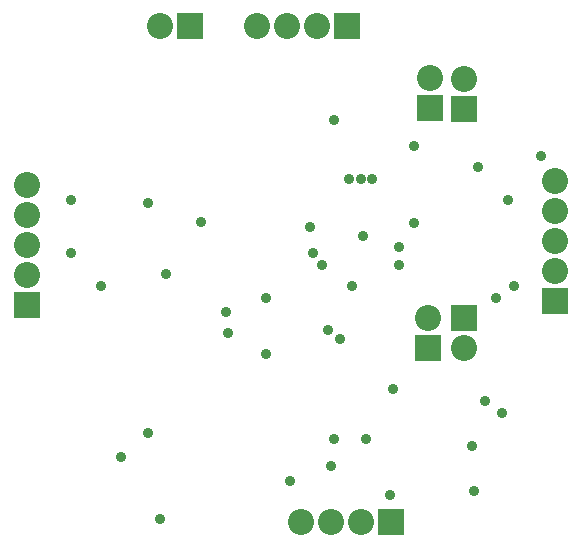
<source format=gbs>
G04 Layer_Color=16711935*
%FSLAX25Y25*%
%MOIN*%
G70*
G01*
G75*
%ADD37R,0.08674X0.08674*%
%ADD38C,0.08674*%
%ADD39R,0.08674X0.08674*%
%ADD40C,0.03556*%
D37*
X150689Y143642D02*
D03*
X139272Y143799D02*
D03*
X4921Y78268D02*
D03*
X181102Y79409D02*
D03*
X150591Y73976D02*
D03*
X138779Y63976D02*
D03*
D38*
X150689Y153642D02*
D03*
X139272Y153799D02*
D03*
X4921Y98268D02*
D03*
Y88268D02*
D03*
Y108268D02*
D03*
Y118268D02*
D03*
X181102Y99410D02*
D03*
Y89410D02*
D03*
Y109409D02*
D03*
Y119409D02*
D03*
X150591Y63976D02*
D03*
X138779Y73976D02*
D03*
X49213Y171260D02*
D03*
X91535D02*
D03*
X101535D02*
D03*
X81535D02*
D03*
X106299Y5906D02*
D03*
X116299D02*
D03*
X96299D02*
D03*
D39*
X59213Y171260D02*
D03*
X111535D02*
D03*
X126299Y5906D02*
D03*
D40*
X155170Y124358D02*
D03*
X133858Y131102D02*
D03*
Y105512D02*
D03*
X107283Y139764D02*
D03*
X120079Y120079D02*
D03*
X112205Y120079D02*
D03*
X116142D02*
D03*
X106299Y24606D02*
D03*
X36417Y27559D02*
D03*
X45276Y35433D02*
D03*
X49213Y6890D02*
D03*
X45276Y112205D02*
D03*
X29528Y84646D02*
D03*
X176181Y127953D02*
D03*
X161417Y80709D02*
D03*
X84646Y62008D02*
D03*
X109252Y66929D02*
D03*
X105315Y69882D02*
D03*
X128937Y91535D02*
D03*
Y97441D02*
D03*
X117126Y101378D02*
D03*
X165354Y113189D02*
D03*
X100394Y95472D02*
D03*
X103347Y91535D02*
D03*
X163386Y42323D02*
D03*
X126969Y50197D02*
D03*
X71850Y68898D02*
D03*
X71457Y75787D02*
D03*
X84646Y80709D02*
D03*
X62992Y105807D02*
D03*
X113189Y84646D02*
D03*
X99409Y104331D02*
D03*
X51181Y88583D02*
D03*
X19685Y95472D02*
D03*
Y113189D02*
D03*
X167323Y84646D02*
D03*
X118110Y33465D02*
D03*
X107283D02*
D03*
X157480Y46260D02*
D03*
X153169Y31122D02*
D03*
X125984Y14764D02*
D03*
X153917Y16122D02*
D03*
X92520Y19685D02*
D03*
M02*

</source>
